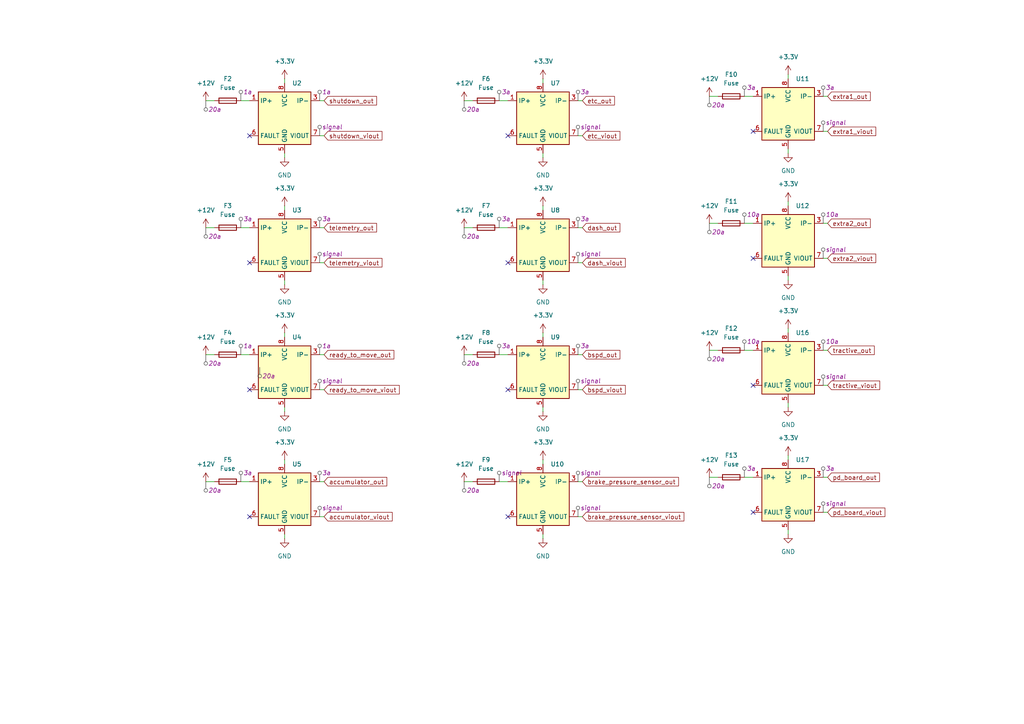
<source format=kicad_sch>
(kicad_sch (version 20231120) (generator "eeschema") (generator_version "8.0")
  (paper "A4")
  (lib_symbols
    (symbol "ACS722xLCTR-10AB_1"
      (property "Reference" "U6" (at -3.0165 -12.7 0))
      (symbol "ACS722xLCTR-10AB_1_0_1"
        (rectangle (start -7.62 7.62) (end 7.62 -7.62) (stroke (width 0.254)) (fill (type background)))
      )
      (symbol "ACS722xLCTR-10AB_1_1_1"
        (pin passive line (at -10.16 5.08 0) (length 2.54) (name "IP+") (number "1"))
        (pin passive line (at -10.16 5.08 0) (length 2.54) hide (name "IP+") (number "2"))
        (pin passive line (at 10.16 5.08 180) (length 2.54) (name "IP-") (number "3"))
        (pin passive line (at 10.16 5.08 180) (length 2.54) hide (name "IP-") (number "4"))
        (pin power_in line (at 0 -10.16 90) (length 2.54) (name "GND") (number "5"))
        (pin input line (at -10.16 -5.08 0) (length 2.54) (name "FAULT") (number "6"))
        (pin output line (at 10.16 -5.08 180) (length 2.54) (name "VIOUT") (number "7"))
        (pin power_in line (at 0 10.16 270) (length 2.54) (name "VCC") (number "8"))
      )
    )
    (symbol "Device:Fuse" (pin_numbers hide) (pin_names (offset 0))
      (property "Reference" "F" (at 2.032 0 90))
      (property "Value" "Fuse" (at -1.905 0 90))
      (symbol "Fuse_0_1"
        (rectangle (start -0.762 -2.54) (end 0.762 2.54) (stroke (width 0.254)))
        (polyline (pts (xy 0 2.54) (xy 0 -2.54)))
      )
      (symbol "Fuse_1_1"
        (pin passive line (at 0 3.81 270) (length 1.27) (name "~") (number "1"))
        (pin passive line (at 0 -3.81 90) (length 1.27) (name "~") (number "2"))
      )
    )
    (symbol "power:+12V" (power) (pin_numbers hide) (pin_names (offset 0) hide)
      (property "Value" "+12V" (at 0 3.556 0))
      (symbol "+12V_0_1"
        (polyline (pts (xy -0.762 1.27) (xy 0 2.54)))
        (polyline (pts (xy 0 0) (xy 0 2.54)))
        (polyline (pts (xy 0 2.54) (xy 0.762 1.27)))
      )
      (symbol "+12V_1_1"
        (pin power_in line (at 0 0 90) (length 0) (name "~") (number "1"))
      )
    )
    (symbol "power:+3.3V" (power) (pin_numbers hide) (pin_names (offset 0) hide)
      (property "Value" "+3.3V" (at 0 3.556 0))
      (symbol "+3.3V_0_1"
        (polyline (pts (xy -0.762 1.27) (xy 0 2.54)))
        (polyline (pts (xy 0 0) (xy 0 2.54)))
        (polyline (pts (xy 0 2.54) (xy 0.762 1.27)))
      )
      (symbol "+3.3V_1_1"
        (pin power_in line (at 0 0 90) (length 0) (name "~") (number "1"))
      )
    )
    (symbol "power:GND" (power) (pin_numbers hide) (pin_names (offset 0) hide)
      (property "Value" "GND" (at 0 -3.81 0))
      (symbol "GND_0_1"
        (polyline (pts (xy 0 0) (xy 0 -1.27) (xy 1.27 -1.27) (xy 0 -2.54) (xy -1.27 -1.27) (xy 0 -1.27)))
      )
      (symbol "GND_1_1"
        (pin power_in line (at 0 0 270) (length 0) (name "~") (number "1"))
      )
    )
  )
  (no_connect (at 147.32 149.86))
  (no_connect (at 218.44 74.93))
  (no_connect (at 72.39 113.03))
  (no_connect (at 72.39 39.37))
  (no_connect (at 72.39 76.2))
  (no_connect (at 218.44 38.1))
  (no_connect (at 72.39 149.86))
  (no_connect (at 147.32 39.37))
  (no_connect (at 218.44 111.76))
  (no_connect (at 147.32 113.03))
  (no_connect (at 147.32 76.2))
  (no_connect (at 218.44 148.59))
  (wire (pts (xy 215.9 101.6) (xy 218.44 101.6)))
  (wire (pts (xy 205.74 64.77) (xy 208.28 64.77)))
  (wire (pts (xy 82.55 22.86) (xy 82.55 24.13)))
  (wire (pts (xy 238.76 38.1) (xy 240.03 38.1)))
  (wire (pts (xy 228.6 21.59) (xy 228.6 22.86)))
  (wire (pts (xy 82.55 154.94) (xy 82.55 156.21)))
  (wire (pts (xy 144.78 102.87) (xy 147.32 102.87)))
  (wire (pts (xy 69.85 102.87) (xy 72.39 102.87)))
  (wire (pts (xy 157.48 81.28) (xy 157.48 82.55)))
  (wire (pts (xy 134.62 29.21) (xy 137.16 29.21)))
  (wire (pts (xy 238.76 64.77) (xy 240.03 64.77)))
  (wire (pts (xy 92.71 39.37) (xy 93.98 39.37)))
  (wire (pts (xy 59.69 66.04) (xy 62.23 66.04)))
  (wire (pts (xy 238.76 138.43) (xy 240.03 138.43)))
  (wire (pts (xy 228.6 153.67) (xy 228.6 154.94)))
  (wire (pts (xy 59.69 102.87) (xy 62.23 102.87)))
  (wire (pts (xy 82.55 44.45) (xy 82.55 45.72)))
  (wire (pts (xy 205.74 138.43) (xy 208.28 138.43)))
  (wire (pts (xy 69.85 29.21) (xy 72.39 29.21)))
  (wire (pts (xy 228.6 132.08) (xy 228.6 133.35)))
  (wire (pts (xy 167.64 66.04) (xy 168.91 66.04)))
  (wire (pts (xy 92.71 102.87) (xy 93.98 102.87)))
  (wire (pts (xy 167.64 39.37) (xy 168.91 39.37)))
  (wire (pts (xy 215.9 64.77) (xy 218.44 64.77)))
  (wire (pts (xy 167.64 113.03) (xy 168.91 113.03)))
  (wire (pts (xy 167.64 29.21) (xy 168.91 29.21)))
  (wire (pts (xy 157.48 22.86) (xy 157.48 24.13)))
  (wire (pts (xy 144.78 139.7) (xy 147.32 139.7)))
  (wire (pts (xy 157.48 96.52) (xy 157.48 97.79)))
  (wire (pts (xy 157.48 118.11) (xy 157.48 119.38)))
  (wire (pts (xy 228.6 95.25) (xy 228.6 96.52)))
  (wire (pts (xy 215.9 138.43) (xy 218.44 138.43)))
  (wire (pts (xy 92.71 66.04) (xy 93.98 66.04)))
  (wire (pts (xy 205.74 101.6) (xy 208.28 101.6)))
  (wire (pts (xy 238.76 111.76) (xy 240.03 111.76)))
  (wire (pts (xy 144.78 29.21) (xy 147.32 29.21)))
  (wire (pts (xy 205.74 27.94) (xy 208.28 27.94)))
  (wire (pts (xy 92.71 139.7) (xy 93.98 139.7)))
  (wire (pts (xy 157.48 133.35) (xy 157.48 134.62)))
  (wire (pts (xy 59.69 29.21) (xy 62.23 29.21)))
  (wire (pts (xy 157.48 44.45) (xy 157.48 45.72)))
  (wire (pts (xy 92.71 113.03) (xy 93.98 113.03)))
  (wire (pts (xy 82.55 133.35) (xy 82.55 134.62)))
  (wire (pts (xy 167.64 149.86) (xy 168.91 149.86)))
  (wire (pts (xy 238.76 148.59) (xy 240.03 148.59)))
  (wire (pts (xy 69.85 66.04) (xy 72.39 66.04)))
  (wire (pts (xy 228.6 80.01) (xy 228.6 81.28)))
  (wire (pts (xy 59.69 139.7) (xy 62.23 139.7)))
  (wire (pts (xy 134.62 139.7) (xy 137.16 139.7)))
  (wire (pts (xy 82.55 96.52) (xy 82.55 97.79)))
  (wire (pts (xy 92.71 29.21) (xy 93.98 29.21)))
  (wire (pts (xy 134.62 66.04) (xy 137.16 66.04)))
  (wire (pts (xy 228.6 43.18) (xy 228.6 44.45)))
  (wire (pts (xy 228.6 116.84) (xy 228.6 118.11)))
  (wire (pts (xy 215.9 27.94) (xy 218.44 27.94)))
  (wire (pts (xy 228.6 58.42) (xy 228.6 59.69)))
  (wire (pts (xy 134.62 102.87) (xy 137.16 102.87)))
  (wire (pts (xy 92.71 149.86) (xy 93.98 149.86)))
  (wire (pts (xy 82.55 59.69) (xy 82.55 60.96)))
  (wire (pts (xy 167.64 139.7) (xy 168.91 139.7)))
  (wire (pts (xy 157.48 154.94) (xy 157.48 156.21)))
  (wire (pts (xy 82.55 81.28) (xy 82.55 82.55)))
  (wire (pts (xy 157.48 59.69) (xy 157.48 60.96)))
  (wire (pts (xy 167.64 76.2) (xy 168.91 76.2)))
  (wire (pts (xy 82.55 118.11) (xy 82.55 119.38)))
  (wire (pts (xy 238.76 27.94) (xy 240.03 27.94)))
  (wire (pts (xy 144.78 66.04) (xy 147.32 66.04)))
  (wire (pts (xy 167.64 102.87) (xy 168.91 102.87)))
  (wire (pts (xy 69.85 139.7) (xy 72.39 139.7)))
  (wire (pts (xy 238.76 101.6) (xy 240.03 101.6)))
  (wire (pts (xy 92.71 76.2) (xy 93.98 76.2)))
  (wire (pts (xy 238.76 74.93) (xy 240.03 74.93)))
  (global_label "shutdown_out" (shape input) (at 93.98 29.21 0) (property "Intersheetrefs" "${INTERSHEET_REFS}" (effects (hide yes))))
  (global_label "etc_out" (shape input) (at 168.91 29.21 0) (property "Intersheetrefs" "${INTERSHEET_REFS}" (effects (hide yes))))
  (global_label "extra1_out" (shape input) (at 240.03 27.94 0) (property "Intersheetrefs" "${INTERSHEET_REFS}" (effects (hide yes))))
  (global_label "bspd_viout" (shape input) (at 168.91 113.03 0) (property "Intersheetrefs" "${INTERSHEET_REFS}" (effects (hide yes))))
  (global_label "pd_board_out" (shape input) (at 240.03 138.43 0) (property "Intersheetrefs" "${INTERSHEET_REFS}" (effects (hide yes))))
  (global_label "accumulator_viout" (shape input) (at 93.98 149.86 0) (property "Intersheetrefs" "${INTERSHEET_REFS}" (effects (hide yes))))
  (global_label "dash_viout" (shape input) (at 168.91 76.2 0) (property "Intersheetrefs" "${INTERSHEET_REFS}" (effects (hide yes))))
  (global_label "extra2_out" (shape input) (at 240.03 64.77 0) (property "Intersheetrefs" "${INTERSHEET_REFS}" (effects (hide yes))))
  (global_label "extra1_viout" (shape input) (at 240.03 38.1 0) (property "Intersheetrefs" "${INTERSHEET_REFS}" (effects (hide yes))))
  (global_label "tractive_viout" (shape input) (at 240.03 111.76 0) (property "Intersheetrefs" "${INTERSHEET_REFS}" (effects (hide yes))))
  (global_label "tractive_out" (shape input) (at 240.03 101.6 0) (property "Intersheetrefs" "${INTERSHEET_REFS}" (effects (hide yes))))
  (global_label "telemetry_out" (shape input) (at 93.98 66.04 0) (property "Intersheetrefs" "${INTERSHEET_REFS}" (effects (hide yes))))
  (global_label "shutdown_viout" (shape input) (at 93.98 39.37 0) (property "Intersheetrefs" "${INTERSHEET_REFS}" (effects (hide yes))))
  (global_label "extra2_viout" (shape input) (at 240.03 74.93 0) (property "Intersheetrefs" "${INTERSHEET_REFS}" (effects (hide yes))))
  (global_label "brake_pressure_sensor_viout" (shape input) (at 168.91 149.86 0) (property "Intersheetrefs" "${INTERSHEET_REFS}" (effects (hide yes))))
  (global_label "accumulator_out" (shape input) (at 93.98 139.7 0) (property "Intersheetrefs" "${INTERSHEET_REFS}" (effects (hide yes))))
  (global_label "ready_to_move_out" (shape input) (at 93.98 102.87 0) (property "Intersheetrefs" "${INTERSHEET_REFS}" (effects (hide yes))))
  (global_label "bspd_out" (shape input) (at 168.91 102.87 0) (property "Intersheetrefs" "${INTERSHEET_REFS}" (effects (hide yes))))
  (global_label "brake_pressure_sensor_out" (shape input) (at 168.91 139.7 0) (property "Intersheetrefs" "${INTERSHEET_REFS}" (effects (hide yes))))
  (global_label "dash_out" (shape input) (at 168.91 66.04 0) (property "Intersheetrefs" "${INTERSHEET_REFS}" (effects (hide yes))))
  (global_label "ready_to_move_viout" (shape input) (at 93.98 113.03 0) (property "Intersheetrefs" "${INTERSHEET_REFS}" (effects (hide yes))))
  (global_label "etc_viout" (shape input) (at 168.91 39.37 0) (property "Intersheetrefs" "${INTERSHEET_REFS}" (effects (hide yes))))
  (global_label "pd_board_viout" (shape input) (at 240.03 148.59 0) (property "Intersheetrefs" "${INTERSHEET_REFS}" (effects (hide yes))))
  (global_label "telemetry_viout" (shape input) (at 93.98 76.2 0) (property "Intersheetrefs" "${INTERSHEET_REFS}" (effects (hide yes))))
  (netclass_flag "" (length 2.54) (shape round) (at 92.71 139.7 0) (property "Netclass" "3a" (at 93.4085 137.16 0) (effects (font (italic yes)) (justify left))))
  (netclass_flag "" (length 2.54) (shape round) (at 92.71 29.21 0) (property "Netclass" "1a" (at 93.4085 26.67 0) (effects (font (italic yes)) (justify left))))
  (netclass_flag "" (length 2.54) (shape round) (at 238.76 111.76 0) (property "Netclass" "signal" (at 239.4585 109.22 0) (effects (font (italic yes)) (justify left))))
  (netclass_flag "" (length 2.54) (shape round) (at 215.9 138.43 0) (property "Netclass" "3a" (at 216.5985 135.89 0) (effects (font (italic yes)) (justify left))))
  (netclass_flag "" (length 2.54) (shape round) (at 144.78 66.04 0) (property "Netclass" "3a" (at 145.4785 63.5 0) (effects (font (italic yes)) (justify left))))
  (netclass_flag "" (length 2.54) (shape round) (at 167.64 39.37 0) (property "Netclass" "signal" (at 168.3385 36.83 0) (effects (font (italic yes)) (justify left))))
  (netclass_flag "" (length 2.54) (shape round) (at 238.76 27.94 0) (property "Netclass" "3a" (at 239.4585 25.4 0) (effects (font (italic yes)) (justify left))))
  (netclass_flag "" (length 2.54) (shape round) (at 134.62 66.04 180) (property "Netclass" "20a" (at 135.3185 68.58 0) (effects (font (italic yes)) (justify left))))
  (netclass_flag "" (length 2.54) (shape round) (at 59.69 29.21 180) (property "Netclass" "20a" (at 60.3885 31.75 0) (effects (font (italic yes)) (justify left))))
  (netclass_flag "" (length 2.54) (shape round) (at 92.71 39.37 0) (property "Netclass" "signal" (at 93.4085 36.83 0) (effects (font (italic yes)) (justify left))))
  (netclass_flag "" (length 2.54) (shape round) (at 215.9 27.94 0) (property "Netclass" "3a" (at 216.5985 25.4 0) (effects (font (italic yes)) (justify left))))
  (netclass_flag "" (length 2.54) (shape round) (at 167.64 76.2 0) (property "Netclass" "signal" (at 168.3385 73.66 0) (effects (font (italic yes)) (justify left))))
  (netclass_flag "" (length 2.54) (shape round) (at 59.69 102.87 180) (property "Netclass" "20a" (at 60.3885 105.41 0) (effects (font (italic yes)) (justify left))))
  (netclass_flag "" (length 2.54) (shape round) (at 205.74 64.77 180) (property "Netclass" "20a" (at 206.4385 67.31 0) (effects (font (italic yes)) (justify left))))
  (netclass_flag "" (length 2.54) (shape round) (at 238.76 64.77 0) (property "Netclass" "10a" (at 239.4585 62.23 0) (effects (font (italic yes)) (justify left))))
  (netclass_flag "" (length 2.54) (shape round) (at 167.64 149.86 0) (property "Netclass" "signal" (at 168.3385 147.32 0) (effects (font (italic yes)) (justify left))))
  (netclass_flag "" (length 2.54) (shape round) (at 215.9 64.77 0) (property "Netclass" "10a" (at 216.5985 62.23 0) (effects (font (italic yes)) (justify left))))
  (netclass_flag "" (length 2.54) (shape round) (at 167.64 102.87 0) (property "Netclass" "3a" (at 168.3385 100.33 0) (effects (font (italic yes)) (justify left))))
  (netclass_flag "" (length 2.54) (shape round) (at 92.71 66.04 0) (property "Netclass" "3a" (at 93.4085 63.5 0) (effects (font (italic yes)) (justify left))))
  (netclass_flag "" (length 2.54) (shape round) (at 59.69 66.04 180) (property "Netclass" "20a" (at 60.3885 68.58 0) (effects (font (italic yes)) (justify left))))
  (netclass_flag "" (length 2.54) (shape round) (at 69.85 66.04 0) (property "Netclass" "3a" (at 70.5485 63.5 0) (effects (font (italic yes)) (justify left))))
  (netclass_flag "" (length 2.54) (shape round) (at 144.78 139.7 0) (property "Netclass" "signal" (at 145.4785 137.16 0) (effects (font (italic yes)) (justify left))))
  (netclass_flag "" (length 2.54) (shape round) (at 238.76 101.6 0) (property "Netclass" "10a" (at 239.4585 99.06 0) (effects (font (italic yes)) (justify left))))
  (netclass_flag "" (length 2.54) (shape round) (at 69.85 102.87 0) (property "Netclass" "1a" (at 70.5485 100.33 0) (effects (font (italic yes)) (justify left))))
  (netclass_flag "" (length 2.54) (shape round) (at 205.74 27.94 180) (property "Netclass" "20a" (at 206.4385 30.48 0) (effects (font (italic yes)) (justify left))))
  (netclass_flag "" (length 2.54) (shape round) (at 92.71 113.03 0) (property "Netclass" "signal" (at 93.4085 110.49 0) (effects (font (italic yes)) (justify left))))
  (netclass_flag "" (length 2.54) (shape round) (at 238.76 38.1 0) (property "Netclass" "signal" (at 239.4585 35.56 0) (effects (font (italic yes)) (justify left))))
  (netclass_flag "" (length 2.54) (shape round) (at 144.78 29.21 0) (property "Netclass" "3a" (at 145.4785 26.67 0) (effects (font (italic yes)) (justify left))))
  (netclass_flag "" (length 2.54) (shape round) (at 238.76 138.43 0) (property "Netclass" "3a" (at 239.4585 135.89 0) (effects (font (italic yes)) (justify left))))
  (netclass_flag "" (length 2.54) (shape round) (at 238.76 74.93 0) (property "Netclass" "signal" (at 239.4585 72.39 0) (effects (font (italic yes)) (justify left))))
  (netclass_flag "" (length 2.54) (shape round) (at 92.71 76.2 0) (property "Netclass" "signal" (at 93.4085 73.66 0) (effects (font (italic yes)) (justify left))))
  (netclass_flag "" (length 2.54) (shape round) (at 167.64 29.21 0) (property "Netclass" "3a" (at 168.3385 26.67 0) (effects (font (italic yes)) (justify left))))
  (netclass_flag "" (length 2.54) (shape round) (at 134.62 29.21 180) (property "Netclass" "20a" (at 135.3185 31.75 0) (effects (font (italic yes)) (justify left))))
  (netclass_flag "" (length 2.54) (shape round) (at 134.62 102.87 180) (property "Netclass" "20a" (at 135.3185 105.41 0) (effects (font (italic yes)) (justify left))))
  (netclass_flag "" (length 2.54) (shape round) (at 205.74 138.43 180) (property "Netclass" "20a" (at 206.4385 140.97 0) (effects (font (italic yes)) (justify left))))
  (netclass_flag "" (length 2.54) (shape round) (at 134.62 139.7 180) (property "Netclass" "20a" (at 135.3185 142.24 0) (effects (font (italic yes)) (justify left))))
  (netclass_flag "" (length 2.54) (shape round) (at 167.64 66.04 0) (property "Netclass" "3a" (at 168.3385 63.5 0) (effects (font (italic yes)) (justify left))))
  (netclass_flag "" (length 2.54) (shape round) (at 167.64 139.7 0) (property "Netclass" "signal" (at 168.3385 137.16 0) (effects (font (italic yes)) (justify left))))
  (netclass_flag "" (length 2.54) (shape round) (at 167.64 113.03 0) (property "Netclass" "signal" (at 168.3385 110.49 0) (effects (font (italic yes)) (justify left))))
  (netclass_flag "" (length 2.54) (shape round) (at 144.78 102.87 0) (property "Netclass" "3a" (at 145.4785 100.33 0) (effects (font (italic yes)) (justify left))))
  (netclass_flag "" (length 2.54) (shape round) (at 92.71 102.87 0) (property "Netclass" "1a" (at 93.4085 100.33 0) (effects (font (italic yes)) (justify left))))
  (netclass_flag "" (length 2.54) (shape round) (at 205.74 101.6 180) (property "Netclass" "20a" (at 206.4385 104.14 0) (effects (font (italic yes)) (justify left))))
  (netclass_flag "" (length 2.54) (shape round) (at 92.71 149.86 0) (property "Netclass" "signal" (at 93.4085 147.32 0) (effects (font (italic yes)) (justify left))))
  (netclass_flag "" (length 2.54) (shape round) (at 69.85 139.7 0) (property "Netclass" "3a" (at 70.5485 137.16 0) (effects (font (italic yes)) (justify left))))
  (netclass_flag "" (length 2.54) (shape round) (at 59.69 139.7 180) (property "Netclass" "20a" (at 60.3885 142.24 0) (effects (font (italic yes)) (justify left))))
  (netclass_flag "" (length 2.54) (shape round) (at 69.85 29.21 0) (property "Netclass" "1a" (at 70.5485 26.67 0) (effects (font (italic yes)) (justify left))))
  (netclass_flag "" (length 2.54) (shape round) (at 75.3332 106.5367 180) (property "Netclass" "20a" (at 76.0317 109.0767 0) (effects (font (italic yes)) (justify left))))
  (netclass_flag "" (length 2.54) (shape round) (at 215.9 101.6 0) (property "Netclass" "10a" (at 216.5985 99.06 0) (effects (font (italic yes)) (justify left))))
  (netclass_flag "" (length 2.54) (shape round) (at 238.76 148.59 0) (property "Netclass" "signal" (at 239.4585 146.05 0) (effects (font (italic yes)) (justify left))))
  (symbol (lib_id "power:GND") (at 157.48 82.55 0) (unit 1)
    (property "Reference" "#PWR019" (effects (hide yes)))
    (property "Value" "GND" (at 157.48 87.63 0))
    (property "Description" "Power symbol creates a global label with name \"GND\" , ground" (effects (hide yes)))
  )
  (symbol (lib_id "power:+3.3V") (at 228.6 58.42 0) (unit 1)
    (property "Reference" "#PWR026" (effects (hide yes)))
    (property "Value" "+3.3V" (at 228.6 53.34 0))
    (property "Description" "Power symbol creates a global label with name \"+3.3V\"" (effects (hide yes)))
  )
  (symbol (lib_id "power:+3.3V") (at 82.55 59.69 0) (unit 1)
    (property "Reference" "#PWR09" (effects (hide yes)))
    (property "Value" "+3.3V" (at 82.55 54.61 0))
    (property "Description" "Power symbol creates a global label with name \"+3.3V\"" (effects (hide yes)))
  )
  (symbol (lib_id "Device:Fuse") (at 212.09 138.43 90) (unit 1)
    (property "Reference" "F13" (at 212.09 132.08 90))
    (property "Value" "Fuse" (at 212.09 134.62 90))
    (property "Footprint" "project lib:CNM-03-BT mini blade fuse holder" (effects (hide yes)))
    (property "Datasheet" "https://www.optifuse.com/optifuse_ecommerce_tools/datasheets/CNM-03.pdf" (effects (hide yes)))
    (property "Description" "Fuse" (effects (hide yes)))
  )
  (symbol (lib_id "power:+12V") (at 205.74 27.94 0) (unit 1)
    (property "Reference" "#PWR043" (effects (hide yes)))
    (property "Value" "+12V" (at 205.74 22.86 0))
    (property "Description" "Power symbol creates a global label with name \"+12V\"" (effects (hide yes)))
  )
  (symbol (lib_id "power:GND") (at 228.6 44.45 0) (unit 1)
    (property "Reference" "#PWR025" (effects (hide yes)))
    (property "Value" "GND" (at 228.6 49.53 0))
    (property "Description" "Power symbol creates a global label with name \"GND\" , ground" (effects (hide yes)))
  )
  (symbol (lib_id "Device:Fuse") (at 66.04 102.87 90) (unit 1)
    (property "Reference" "F4" (at 66.04 96.52 90))
    (property "Value" "Fuse" (at 66.04 99.06 90))
    (property "Footprint" "project lib:CNM-03-BT mini blade fuse holder" (effects (hide yes)))
    (property "Datasheet" "https://www.optifuse.com/optifuse_ecommerce_tools/datasheets/CNM-03.pdf" (effects (hide yes)))
    (property "Description" "Fuse" (effects (hide yes)))
  )
  (symbol (lib_id "power:GND") (at 82.55 119.38 0) (unit 1)
    (property "Reference" "#PWR012" (effects (hide yes)))
    (property "Value" "GND" (at 82.55 124.46 0))
    (property "Description" "Power symbol creates a global label with name \"GND\" , ground" (effects (hide yes)))
  )
  (symbol (lib_id "power:+3.3V") (at 157.48 96.52 0) (unit 1)
    (property "Reference" "#PWR020" (effects (hide yes)))
    (property "Value" "+3.3V" (at 157.48 91.44 0))
    (property "Description" "Power symbol creates a global label with name \"+3.3V\"" (effects (hide yes)))
  )
  (symbol (lib_id "power:+12V") (at 205.74 138.43 0) (unit 1)
    (property "Reference" "#PWR046" (effects (hide yes)))
    (property "Value" "+12V" (at 205.74 133.35 0))
    (property "Description" "Power symbol creates a global label with name \"+12V\"" (effects (hide yes)))
  )
  (symbol (lib_name "ACS722xLCTR-10AB_1") (lib_id "Sensor_Current:ACS722xLCTR-10AB") (at 228.6 69.85 0) (unit 1)
    (property "Reference" "U12" (at 230.7941 59.69 0) (effects (justify left)))
    (property "Value" "ACS71240LLCBTR-025B3" (effects (hide yes)))
    (property "Footprint" "Package_SO:SOIC-8_3.9x4.9mm_P1.27mm" (effects (hide yes)))
    (property "Datasheet" "https://www.allegromicro.com/~/media/files/datasheets/acs71240-datasheet.pdf" (effects (hide yes)))
    (property "Description" "±25A Bidirectional Hall-Effect Current Sensor, +3.3V supply, 55mV/A, SOIC-8" (effects (hide yes)))
  )
  (symbol (lib_name "ACS722xLCTR-10AB_1") (lib_id "Sensor_Current:ACS722xLCTR-10AB") (at 82.55 107.95 0) (unit 1)
    (property "Reference" "U4" (at 84.7441 97.79 0) (effects (justify left)))
    (property "Value" "ACS71240LLCBTR-025B3" (effects (hide yes)))
    (property "Footprint" "Package_SO:SOIC-8_3.9x4.9mm_P1.27mm" (effects (hide yes)))
    (property "Datasheet" "https://www.allegromicro.com/~/media/files/datasheets/acs71240-datasheet.pdf" (effects (hide yes)))
    (property "Description" "±25A Bidirectional Hall-Effect Current Sensor, +3.3V supply, 55mV/A, SOIC-8" (effects (hide yes)))
  )
  (symbol (lib_id "power:+3.3V") (at 228.6 95.25 0) (unit 1)
    (property "Reference" "#PWR028" (effects (hide yes)))
    (property "Value" "+3.3V" (at 228.6 90.17 0))
    (property "Description" "Power symbol creates a global label with name \"+3.3V\"" (effects (hide yes)))
  )
  (symbol (lib_id "power:+3.3V") (at 82.55 22.86 0) (unit 1)
    (property "Reference" "#PWR01" (effects (hide yes)))
    (property "Value" "+3.3V" (at 82.55 17.78 0))
    (property "Description" "Power symbol creates a global label with name \"+3.3V\"" (effects (hide yes)))
  )
  (symbol (lib_name "ACS722xLCTR-10AB_1") (lib_id "Sensor_Current:ACS722xLCTR-10AB") (at 228.6 106.68 0) (unit 1)
    (property "Reference" "U16" (at 230.7941 96.52 0) (effects (justify left)))
    (property "Value" "ACS71240LLCBTR-025B3" (effects (hide yes)))
    (property "Footprint" "Package_SO:SOIC-8_3.9x4.9mm_P1.27mm" (effects (hide yes)))
    (property "Datasheet" "https://www.allegromicro.com/~/media/files/datasheets/acs71240-datasheet.pdf" (effects (hide yes)))
    (property "Description" "±25A Bidirectional Hall-Effect Current Sensor, +3.3V supply, 55mV/A, SOIC-8" (effects (hide yes)))
  )
  (symbol (lib_id "Device:Fuse") (at 212.09 64.77 90) (unit 1)
    (property "Reference" "F11" (at 212.09 58.42 90))
    (property "Value" "Fuse" (at 212.09 60.96 90))
    (property "Footprint" "project lib:CNM-03-BT mini blade fuse holder" (effects (hide yes)))
    (property "Datasheet" "https://www.optifuse.com/optifuse_ecommerce_tools/datasheets/CNM-03.pdf" (effects (hide yes)))
    (property "Description" "Fuse" (effects (hide yes)))
  )
  (symbol (lib_id "power:+12V") (at 59.69 102.87 0) (unit 1)
    (property "Reference" "#PWR037" (effects (hide yes)))
    (property "Value" "+12V" (at 59.69 97.79 0))
    (property "Description" "Power symbol creates a global label with name \"+12V\"" (effects (hide yes)))
  )
  (symbol (lib_id "power:+12V") (at 205.74 101.6 0) (unit 1)
    (property "Reference" "#PWR045" (effects (hide yes)))
    (property "Value" "+12V" (at 205.74 96.52 0))
    (property "Description" "Power symbol creates a global label with name \"+12V\"" (effects (hide yes)))
  )
  (symbol (lib_id "Device:Fuse") (at 212.09 27.94 90) (unit 1)
    (property "Reference" "F10" (at 212.09 21.59 90))
    (property "Value" "Fuse" (at 212.09 24.13 90))
    (property "Footprint" "project lib:CNM-03-BT mini blade fuse holder" (effects (hide yes)))
    (property "Datasheet" "https://www.optifuse.com/optifuse_ecommerce_tools/datasheets/CNM-03.pdf" (effects (hide yes)))
    (property "Description" "Fuse" (effects (hide yes)))
  )
  (symbol (lib_name "ACS722xLCTR-10AB_1") (lib_id "Sensor_Current:ACS722xLCTR-10AB") (at 157.48 144.78 0) (unit 1)
    (property "Reference" "U10" (at 159.6741 134.62 0) (effects (justify left)))
    (property "Value" "ACS71240LLCBTR-025B3" (effects (hide yes)))
    (property "Footprint" "Package_SO:SOIC-8_3.9x4.9mm_P1.27mm" (effects (hide yes)))
    (property "Datasheet" "https://www.allegromicro.com/~/media/files/datasheets/acs71240-datasheet.pdf" (effects (hide yes)))
    (property "Description" "±25A Bidirectional Hall-Effect Current Sensor, +3.3V supply, 55mV/A, SOIC-8" (effects (hide yes)))
  )
  (symbol (lib_name "ACS722xLCTR-10AB_1") (lib_id "Sensor_Current:ACS722xLCTR-10AB") (at 157.48 34.29 0) (unit 1)
    (property "Reference" "U7" (at 159.6741 24.13 0) (effects (justify left)))
    (property "Value" "ACS71240LLCBTR-025B3" (effects (hide yes)))
    (property "Footprint" "Package_SO:SOIC-8_3.9x4.9mm_P1.27mm" (effects (hide yes)))
    (property "Datasheet" "https://www.allegromicro.com/~/media/files/datasheets/acs71240-datasheet.pdf" (effects (hide yes)))
    (property "Description" "±25A Bidirectional Hall-Effect Current Sensor, +3.3V supply, 55mV/A, SOIC-8" (effects (hide yes)))
  )
  (symbol (lib_id "power:+3.3V") (at 228.6 132.08 0) (unit 1)
    (property "Reference" "#PWR033" (effects (hide yes)))
    (property "Value" "+3.3V" (at 228.6 127 0))
    (property "Description" "Power symbol creates a global label with name \"+3.3V\"" (effects (hide yes)))
  )
  (symbol (lib_id "power:GND") (at 157.48 156.21 0) (unit 1)
    (property "Reference" "#PWR023" (effects (hide yes)))
    (property "Value" "GND" (at 157.48 161.29 0))
    (property "Description" "Power symbol creates a global label with name \"GND\" , ground" (effects (hide yes)))
  )
  (symbol (lib_id "Device:Fuse") (at 66.04 139.7 90) (unit 1)
    (property "Reference" "F5" (at 66.04 133.35 90))
    (property "Value" "Fuse" (at 66.04 135.89 90))
    (property "Footprint" "project lib:CNM-03-BT mini blade fuse holder" (effects (hide yes)))
    (property "Datasheet" "https://www.optifuse.com/optifuse_ecommerce_tools/datasheets/CNM-03.pdf" (effects (hide yes)))
    (property "Description" "Fuse" (effects (hide yes)))
  )
  (symbol (lib_id "power:+12V") (at 205.74 64.77 0) (unit 1)
    (property "Reference" "#PWR044" (effects (hide yes)))
    (property "Value" "+12V" (at 205.74 59.69 0))
    (property "Description" "Power symbol creates a global label with name \"+12V\"" (effects (hide yes)))
  )
  (symbol (lib_id "power:GND") (at 82.55 156.21 0) (unit 1)
    (property "Reference" "#PWR014" (effects (hide yes)))
    (property "Value" "GND" (at 82.55 161.29 0))
    (property "Description" "Power symbol creates a global label with name \"GND\" , ground" (effects (hide yes)))
  )
  (symbol (lib_id "power:+3.3V") (at 157.48 59.69 0) (unit 1)
    (property "Reference" "#PWR018" (effects (hide yes)))
    (property "Value" "+3.3V" (at 157.48 54.61 0))
    (property "Description" "Power symbol creates a global label with name \"+3.3V\"" (effects (hide yes)))
  )
  (symbol (lib_id "power:+3.3V") (at 228.6 21.59 0) (unit 1)
    (property "Reference" "#PWR024" (effects (hide yes)))
    (property "Value" "+3.3V" (at 228.6 16.51 0))
    (property "Description" "Power symbol creates a global label with name \"+3.3V\"" (effects (hide yes)))
  )
  (symbol (lib_id "Device:Fuse") (at 140.97 66.04 90) (unit 1)
    (property "Reference" "F7" (at 140.97 59.69 90))
    (property "Value" "Fuse" (at 140.97 62.23 90))
    (property "Footprint" "project lib:CNM-03-BT mini blade fuse holder" (effects (hide yes)))
    (property "Datasheet" "https://www.optifuse.com/optifuse_ecommerce_tools/datasheets/CNM-03.pdf" (effects (hide yes)))
    (property "Description" "Fuse" (effects (hide yes)))
  )
  (symbol (lib_id "power:+3.3V") (at 157.48 22.86 0) (unit 1)
    (property "Reference" "#PWR015" (effects (hide yes)))
    (property "Value" "+3.3V" (at 157.48 17.78 0))
    (property "Description" "Power symbol creates a global label with name \"+3.3V\"" (effects (hide yes)))
  )
  (symbol (lib_id "Device:Fuse") (at 140.97 102.87 90) (unit 1)
    (property "Reference" "F8" (at 140.97 96.52 90))
    (property "Value" "Fuse" (at 140.97 99.06 90))
    (property "Footprint" "project lib:CNM-03-BT mini blade fuse holder" (effects (hide yes)))
    (property "Datasheet" "https://www.optifuse.com/optifuse_ecommerce_tools/datasheets/CNM-03.pdf" (effects (hide yes)))
    (property "Description" "Fuse" (effects (hide yes)))
  )
  (symbol (lib_id "power:GND") (at 82.55 45.72 0) (unit 1)
    (property "Reference" "#PWR02" (effects (hide yes)))
    (property "Value" "GND" (at 82.55 50.8 0))
    (property "Description" "Power symbol creates a global label with name \"GND\" , ground" (effects (hide yes)))
  )
  (symbol (lib_id "power:+3.3V") (at 82.55 133.35 0) (unit 1)
    (property "Reference" "#PWR013" (effects (hide yes)))
    (property "Value" "+3.3V" (at 82.55 128.27 0))
    (property "Description" "Power symbol creates a global label with name \"+3.3V\"" (effects (hide yes)))
  )
  (symbol (lib_id "power:+12V") (at 134.62 139.7 0) (unit 1)
    (property "Reference" "#PWR039" (effects (hide yes)))
    (property "Value" "+12V" (at 134.62 134.62 0))
    (property "Description" "Power symbol creates a global label with name \"+12V\"" (effects (hide yes)))
  )
  (symbol (lib_name "ACS722xLCTR-10AB_1") (lib_id "Sensor_Current:ACS722xLCTR-10AB") (at 228.6 143.51 0) (unit 1)
    (property "Reference" "U17" (at 230.7941 133.35 0) (effects (justify left)))
    (property "Value" "ACS71240LLCBTR-025B3" (effects (hide yes)))
    (property "Footprint" "Package_SO:SOIC-8_3.9x4.9mm_P1.27mm" (effects (hide yes)))
    (property "Datasheet" "https://www.allegromicro.com/~/media/files/datasheets/acs71240-datasheet.pdf" (effects (hide yes)))
    (property "Description" "±25A Bidirectional Hall-Effect Current Sensor, +3.3V supply, 55mV/A, SOIC-8" (effects (hide yes)))
  )
  (symbol (lib_id "power:GND") (at 228.6 154.94 0) (unit 1)
    (property "Reference" "#PWR034" (effects (hide yes)))
    (property "Value" "GND" (at 228.6 160.02 0))
    (property "Description" "Power symbol creates a global label with name \"GND\" , ground" (effects (hide yes)))
  )
  (symbol (lib_id "Device:Fuse") (at 140.97 139.7 90) (unit 1)
    (property "Reference" "F9" (at 140.97 133.35 90))
    (property "Value" "Fuse" (at 140.97 135.89 90))
    (property "Footprint" "project lib:CNM-03-BT mini blade fuse holder" (effects (hide yes)))
    (property "Datasheet" "https://www.optifuse.com/optifuse_ecommerce_tools/datasheets/CNM-03.pdf" (effects (hide yes)))
    (property "Description" "Fuse" (effects (hide yes)))
  )
  (symbol (lib_id "power:+12V") (at 59.69 139.7 0) (unit 1)
    (property "Reference" "#PWR038" (effects (hide yes)))
    (property "Value" "+12V" (at 59.69 134.62 0))
    (property "Description" "Power symbol creates a global label with name \"+12V\"" (effects (hide yes)))
  )
  (symbol (lib_id "power:+12V") (at 134.62 29.21 0) (unit 1)
    (property "Reference" "#PWR042" (effects (hide yes)))
    (property "Value" "+12V" (at 134.62 24.13 0))
    (property "Description" "Power symbol creates a global label with name \"+12V\"" (effects (hide yes)))
  )
  (symbol (lib_id "Device:Fuse") (at 140.97 29.21 90) (unit 1)
    (property "Reference" "F6" (at 140.97 22.86 90))
    (property "Value" "Fuse" (at 140.97 25.4 90))
    (property "Footprint" "project lib:CNM-03-BT mini blade fuse holder" (effects (hide yes)))
    (property "Datasheet" "https://www.optifuse.com/optifuse_ecommerce_tools/datasheets/CNM-03.pdf" (effects (hide yes)))
    (property "Description" "Fuse" (effects (hide yes)))
  )
  (symbol (lib_id "power:+3.3V") (at 157.48 133.35 0) (unit 1)
    (property "Reference" "#PWR022" (effects (hide yes)))
    (property "Value" "+3.3V" (at 157.48 128.27 0))
    (property "Description" "Power symbol creates a global label with name \"+3.3V\"" (effects (hide yes)))
  )
  (symbol (lib_id "power:+12V") (at 59.69 66.04 0) (unit 1)
    (property "Reference" "#PWR036" (effects (hide yes)))
    (property "Value" "+12V" (at 59.69 60.96 0))
    (property "Description" "Power symbol creates a global label with name \"+12V\"" (effects (hide yes)))
  )
  (symbol (lib_id "power:+3.3V") (at 82.55 96.52 0) (unit 1)
    (property "Reference" "#PWR011" (effects (hide yes)))
    (property "Value" "+3.3V" (at 82.55 91.44 0))
    (property "Description" "Power symbol creates a global label with name \"+3.3V\"" (effects (hide yes)))
  )
  (symbol (lib_id "power:+12V") (at 134.62 66.04 0) (unit 1)
    (property "Reference" "#PWR041" (effects (hide yes)))
    (property "Value" "+12V" (at 134.62 60.96 0))
    (property "Description" "Power symbol creates a global label with name \"+12V\"" (effects (hide yes)))
  )
  (symbol (lib_id "Device:Fuse") (at 66.04 66.04 90) (unit 1)
    (property "Reference" "F3" (at 66.04 59.69 90))
    (property "Value" "Fuse" (at 66.04 62.23 90))
    (property "Footprint" "project lib:CNM-03-BT mini blade fuse holder" (effects (hide yes)))
    (property "Datasheet" "https://www.optifuse.com/optifuse_ecommerce_tools/datasheets/CNM-03.pdf" (effects (hide yes)))
    (property "Description" "Fuse" (effects (hide yes)))
  )
  (symbol (lib_name "ACS722xLCTR-10AB_1") (lib_id "Sensor_Current:ACS722xLCTR-10AB") (at 82.55 71.12 0) (unit 1)
    (property "Reference" "U3" (at 84.7441 60.96 0) (effects (justify left)))
    (property "Value" "ACS71240LLCBTR-025B3" (effects (hide yes)))
    (property "Footprint" "Package_SO:SOIC-8_3.9x4.9mm_P1.27mm" (effects (hide yes)))
    (property "Datasheet" "https://www.allegromicro.com/~/media/files/datasheets/acs71240-datasheet.pdf" (effects (hide yes)))
    (property "Description" "±25A Bidirectional Hall-Effect Current Sensor, +3.3V supply, 55mV/A, SOIC-8" (effects (hide yes)))
  )
  (symbol (lib_name "ACS722xLCTR-10AB_1") (lib_id "Sensor_Current:ACS722xLCTR-10AB") (at 82.55 144.78 0) (unit 1)
    (property "Reference" "U5" (at 84.7441 134.62 0) (effects (justify left)))
    (property "Value" "ACS71240LLCBTR-025B3" (effects (hide yes)))
    (property "Footprint" "Package_SO:SOIC-8_3.9x4.9mm_P1.27mm" (effects (hide yes)))
    (property "Datasheet" "https://www.allegromicro.com/~/media/files/datasheets/acs71240-datasheet.pdf" (effects (hide yes)))
    (property "Description" "±25A Bidirectional Hall-Effect Current Sensor, +3.3V supply, 55mV/A, SOIC-8" (effects (hide yes)))
  )
  (symbol (lib_name "ACS722xLCTR-10AB_1") (lib_id "Sensor_Current:ACS722xLCTR-10AB") (at 157.48 71.12 0) (unit 1)
    (property "Reference" "U8" (at 159.6741 60.96 0) (effects (justify left)))
    (property "Value" "ACS71240LLCBTR-025B3" (effects (hide yes)))
    (property "Footprint" "Package_SO:SOIC-8_3.9x4.9mm_P1.27mm" (effects (hide yes)))
    (property "Datasheet" "https://www.allegromicro.com/~/media/files/datasheets/acs71240-datasheet.pdf" (effects (hide yes)))
    (property "Description" "±25A Bidirectional Hall-Effect Current Sensor, +3.3V supply, 55mV/A, SOIC-8" (effects (hide yes)))
  )
  (symbol (lib_name "ACS722xLCTR-10AB_1") (lib_id "Sensor_Current:ACS722xLCTR-10AB") (at 228.6 33.02 0) (unit 1)
    (property "Reference" "U11" (at 230.7941 22.86 0) (effects (justify left)))
    (property "Value" "ACS71240LLCBTR-025B3" (effects (hide yes)))
    (property "Footprint" "Package_SO:SOIC-8_3.9x4.9mm_P1.27mm" (effects (hide yes)))
    (property "Datasheet" "https://www.allegromicro.com/~/media/files/datasheets/acs71240-datasheet.pdf" (effects (hide yes)))
    (property "Description" "±25A Bidirectional Hall-Effect Current Sensor, +3.3V supply, 55mV/A, SOIC-8" (effects (hide yes)))
  )
  (symbol (lib_id "power:GND") (at 228.6 81.28 0) (unit 1)
    (property "Reference" "#PWR027" (effects (hide yes)))
    (property "Value" "GND" (at 228.6 86.36 0))
    (property "Description" "Power symbol creates a global label with name \"GND\" , ground" (effects (hide yes)))
  )
  (symbol (lib_id "power:+12V") (at 134.62 102.87 0) (unit 1)
    (property "Reference" "#PWR040" (effects (hide yes)))
    (property "Value" "+12V" (at 134.62 97.79 0))
    (property "Description" "Power symbol creates a global label with name \"+12V\"" (effects (hide yes)))
  )
  (symbol (lib_name "ACS722xLCTR-10AB_1") (lib_id "Sensor_Current:ACS722xLCTR-10AB") (at 82.55 34.29 0) (unit 1)
    (property "Reference" "U2" (at 84.7441 24.13 0) (effects (justify left)))
    (property "Value" "ACS71240LLCBTR-025B3" (effects (hide yes)))
    (property "Footprint" "Package_SO:SOIC-8_3.9x4.9mm_P1.27mm" (effects (hide yes)))
    (property "Datasheet" "https://www.allegromicro.com/~/media/files/datasheets/acs71240-datasheet.pdf" (effects (hide yes)))
    (property "Description" "±25A Bidirectional Hall-Effect Current Sensor, +3.3V supply, 55mV/A, SOIC-8" (effects (hide yes)))
  )
  (symbol (lib_id "power:GND") (at 157.48 119.38 0) (unit 1)
    (property "Reference" "#PWR021" (effects (hide yes)))
    (property "Value" "GND" (at 157.48 124.46 0))
    (property "Description" "Power symbol creates a global label with name \"GND\" , ground" (effects (hide yes)))
  )
  (symbol (lib_id "power:+12V") (at 59.69 29.21 0) (unit 1)
    (property "Reference" "#PWR035" (effects (hide yes)))
    (property "Value" "+12V" (at 59.69 24.13 0))
    (property "Description" "Power symbol creates a global label with name \"+12V\"" (effects (hide yes)))
  )
  (symbol (lib_id "power:GND") (at 82.55 82.55 0) (unit 1)
    (property "Reference" "#PWR010" (effects (hide yes)))
    (property "Value" "GND" (at 82.55 87.63 0))
    (property "Description" "Power symbol creates a global label with name \"GND\" , ground" (effects (hide yes)))
  )
  (symbol (lib_id "power:GND") (at 228.6 118.11 0) (unit 1)
    (property "Reference" "#PWR032" (effects (hide yes)))
    (property "Value" "GND" (at 228.6 123.19 0))
    (property "Description" "Power symbol creates a global label with name \"GND\" , ground" (effects (hide yes)))
  )
  (symbol (lib_id "power:GND") (at 157.48 45.72 0) (unit 1)
    (property "Reference" "#PWR017" (effects (hide yes)))
    (property "Value" "GND" (at 157.48 50.8 0))
    (property "Description" "Power symbol creates a global label with name \"GND\" , ground" (effects (hide yes)))
  )
  (symbol (lib_id "Device:Fuse") (at 212.09 101.6 90) (unit 1)
    (property "Reference" "F12" (at 212.09 95.25 90))
    (property "Value" "Fuse" (at 212.09 97.79 90))
    (property "Footprint" "project lib:CNM-03-BT mini blade fuse holder" (effects (hide yes)))
    (property "Datasheet" "https://www.optifuse.com/optifuse_ecommerce_tools/datasheets/CNM-03.pdf" (effects (hide yes)))
    (property "Description" "Fuse" (effects (hide yes)))
  )
  (symbol (lib_name "ACS722xLCTR-10AB_1") (lib_id "Sensor_Current:ACS722xLCTR-10AB") (at 157.48 107.95 0) (unit 1)
    (property "Reference" "U9" (at 159.6741 97.79 0) (effects (justify left)))
    (property "Value" "ACS71240LLCBTR-025B3" (effects (hide yes)))
    (property "Footprint" "Package_SO:SOIC-8_3.9x4.9mm_P1.27mm" (effects (hide yes)))
    (property "Datasheet" "https://www.allegromicro.com/~/media/files/datasheets/acs71240-datasheet.pdf" (effects (hide yes)))
    (property "Description" "±25A Bidirectional Hall-Effect Current Sensor, +3.3V supply, 55mV/A, SOIC-8" (effects (hide yes)))
  )
  (symbol (lib_id "Device:Fuse") (at 66.04 29.21 90) (unit 1)
    (property "Reference" "F2" (at 66.04 22.86 90))
    (property "Value" "Fuse" (at 66.04 25.4 90))
    (property "Footprint" "project lib:CNM-03-BT mini blade fuse holder" (effects (hide yes)))
    (property "Datasheet" "https://www.optifuse.com/optifuse_ecommerce_tools/datasheets/CNM-03.pdf" (effects (hide yes)))
    (property "Description" "Fuse" (effects (hide yes)))
  )
)
</source>
